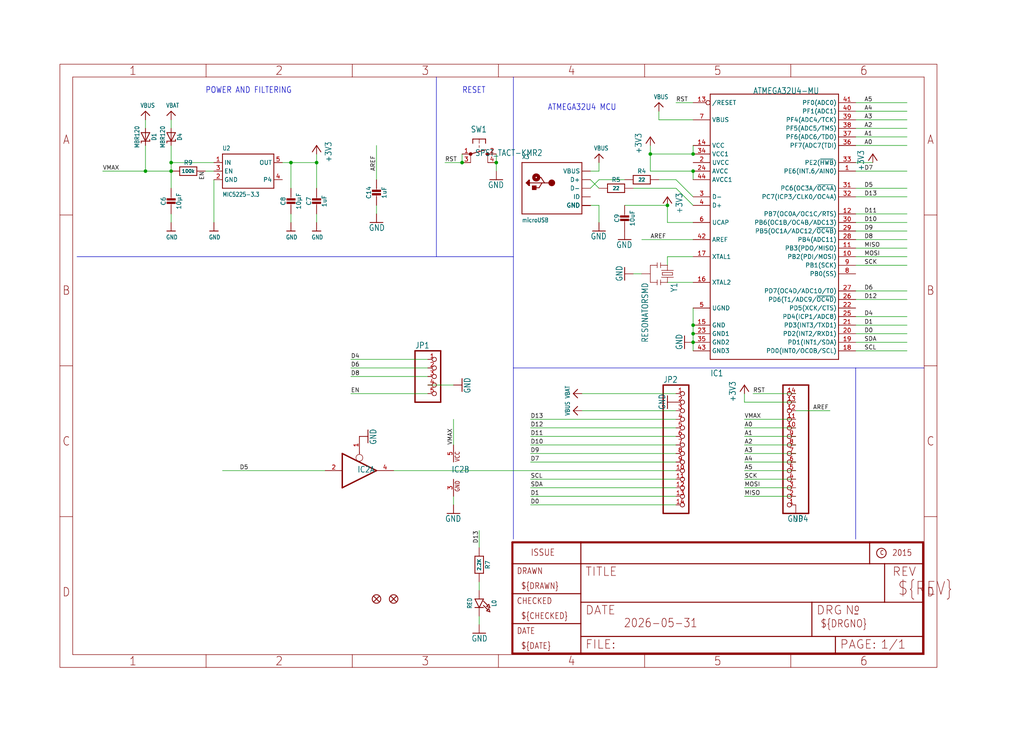
<source format=kicad_sch>
(kicad_sch (version 20230121) (generator eeschema)
  (paper "User" 303.962 217.322)
  (lib_symbols
    (symbol "working-eagle-import:+3V3" (power)
      (property "Value" "+3V3" (at -2.54 -5.08 90))
      (symbol "+3V3_1_0"
        (pin power_in line (at 0 -2.54 90) (length 2.54) (name "+3V3") (number "1"))
      )
    )
    (symbol "working-eagle-import:741G125DBV"
      (property "Reference" "IC" (at -0.635 -0.635 0))
      (symbol "741G125DBV_1_0"
        (pin input line (at 0 10.16 270) (length 5.08) (name "OE") (number "1"))
        (pin input line (at -10.16 0 0) (length 5.08) (name "I") (number "2"))
        (pin tri_state line (at 10.16 0 180) (length 5.08) (name "O") (number "4"))
      )
      (symbol "741G125DBV_2_0"
        (text "GND" (at 1.905 -6.35 900) (effects (font (size 1.27 1.0795)) (justify left bottom)))
        (text "VCC" (at 1.905 2.54 900) (effects (font (size 1.27 1.0795)) (justify left bottom)))
        (pin power_in line (at 0 -7.62 90) (length 5.08) (name "GND") (number "3"))
        (pin power_in line (at 0 7.62 270) (length 5.08) (name "VCC") (number "5"))
      )
    )
    (symbol "working-eagle-import:ATMEGA32U4-MU"
      (property "Reference" "IC" (at -17.78 -38.1 0))
      (symbol "ATMEGA32U4-MU_1_0"
        (pin bidirectional line (at 25.4 22.86 180) (length 5.08) (name "PE6(INT.6/AIN0)") (number "1"))
        (pin bidirectional line (at 25.4 -2.54 180) (length 5.08) (name "PB2(PDI/MOSI)") (number "10"))
        (pin bidirectional line (at 25.4 0 180) (length 5.08) (name "PB3(PDO/MISO)") (number "11"))
        (pin bidirectional line (at 25.4 10.16 180) (length 5.08) (name "PB7(OC0A/OC1C/RTS)") (number "12"))
        (pin bidirectional inverted (at -22.86 43.18 0) (length 5.08) (name "/RESET") (number "13"))
        (pin bidirectional line (at -22.86 30.48 0) (length 5.08) (name "VCC") (number "14"))
        (pin bidirectional line (at -22.86 -22.86 0) (length 5.08) (name "GND") (number "15"))
        (pin bidirectional line (at -22.86 -10.16 0) (length 5.08) (name "XTAL2") (number "16"))
        (pin bidirectional line (at -22.86 -2.54 0) (length 5.08) (name "XTAL1") (number "17"))
        (pin bidirectional line (at 25.4 -30.48 180) (length 5.08) (name "PD0(INT0/OC0B/SCL)") (number "18"))
        (pin bidirectional line (at 25.4 -27.94 180) (length 5.08) (name "PD1(INT1/SDA)") (number "19"))
        (pin bidirectional line (at -22.86 25.4 0) (length 5.08) (name "UVCC") (number "2"))
        (pin bidirectional line (at 25.4 -25.4 180) (length 5.08) (name "PD2(INT2/RXD1)") (number "20"))
        (pin bidirectional line (at 25.4 -22.86 180) (length 5.08) (name "PD3(INT3/TXD1)") (number "21"))
        (pin bidirectional line (at 25.4 -17.78 180) (length 5.08) (name "PD5(XCK/CTS)") (number "22"))
        (pin bidirectional line (at -22.86 -25.4 0) (length 5.08) (name "GND1") (number "23"))
        (pin bidirectional line (at -22.86 22.86 0) (length 5.08) (name "AVCC") (number "24"))
        (pin bidirectional line (at 25.4 -20.32 180) (length 5.08) (name "PD4(ICP1/ADC8)") (number "25"))
        (pin bidirectional line (at 25.4 -15.24 180) (length 5.08) (name "PD6(T1/ADC9/~{OC4D})") (number "26"))
        (pin bidirectional line (at 25.4 -12.7 180) (length 5.08) (name "PD7(OC4D/ADC10/T0)") (number "27"))
        (pin bidirectional line (at 25.4 2.54 180) (length 5.08) (name "PB4(ADC11)") (number "28"))
        (pin bidirectional line (at 25.4 5.08 180) (length 5.08) (name "PB5(OC1A/ADC12/~{OC4B})") (number "29"))
        (pin bidirectional line (at -22.86 15.24 0) (length 5.08) (name "D-") (number "3"))
        (pin bidirectional line (at 25.4 7.62 180) (length 5.08) (name "PB6(OC1B/OC4B/ADC13)") (number "30"))
        (pin bidirectional line (at 25.4 17.78 180) (length 5.08) (name "PC6(OC3A/~{OC4A})") (number "31"))
        (pin bidirectional line (at 25.4 15.24 180) (length 5.08) (name "PC7(ICP3/CLK0/OC4A)") (number "32"))
        (pin bidirectional line (at 25.4 25.4 180) (length 5.08) (name "PE2(~{HWB})") (number "33"))
        (pin bidirectional line (at -22.86 27.94 0) (length 5.08) (name "VCC1") (number "34"))
        (pin bidirectional line (at -22.86 -27.94 0) (length 5.08) (name "GND2") (number "35"))
        (pin bidirectional line (at 25.4 30.48 180) (length 5.08) (name "PF7(ADC7(TDI)") (number "36"))
        (pin bidirectional line (at 25.4 33.02 180) (length 5.08) (name "PF6(ADC6/TDO)") (number "37"))
        (pin bidirectional line (at 25.4 35.56 180) (length 5.08) (name "PF5(ADC5/TMS)") (number "38"))
        (pin bidirectional line (at 25.4 38.1 180) (length 5.08) (name "PF4(ADC4/TCK)") (number "39"))
        (pin bidirectional line (at -22.86 12.7 0) (length 5.08) (name "D+") (number "4"))
        (pin bidirectional line (at 25.4 40.64 180) (length 5.08) (name "PF1(ADC1)") (number "40"))
        (pin bidirectional line (at 25.4 43.18 180) (length 5.08) (name "PF0(ADC0)") (number "41"))
        (pin bidirectional line (at -22.86 2.54 0) (length 5.08) (name "AREF") (number "42"))
        (pin bidirectional line (at -22.86 -30.48 0) (length 5.08) (name "GND3") (number "43"))
        (pin bidirectional line (at -22.86 20.32 0) (length 5.08) (name "AVCC1") (number "44"))
        (pin bidirectional line (at -22.86 -17.78 0) (length 5.08) (name "UGND") (number "5"))
        (pin bidirectional line (at -22.86 7.62 0) (length 5.08) (name "UCAP") (number "6"))
        (pin bidirectional line (at -22.86 38.1 0) (length 5.08) (name "VBUS") (number "7"))
        (pin bidirectional line (at 25.4 -7.62 180) (length 5.08) (name "PB0(SS)") (number "8"))
        (pin bidirectional line (at 25.4 -5.08 180) (length 5.08) (name "PB1(SCK)") (number "9"))
      )
    )
    (symbol "working-eagle-import:CAP_CERAMIC0603_NO"
      (property "Reference" "C" (at -2.29 1.25 90))
      (symbol "CAP_CERAMIC0603_NO_1_0"
        (pin passive line (at 0 5.08 270) (length 2.54) (name "1") (number "1"))
        (pin passive line (at 0 -2.54 90) (length 2.54) (name "2") (number "2"))
      )
    )
    (symbol "working-eagle-import:CAP_CERAMIC0805-NOOUTLINE"
      (property "Reference" "C" (at -2.29 1.25 90))
      (symbol "CAP_CERAMIC0805-NOOUTLINE_1_0"
        (pin passive line (at 0 5.08 270) (length 2.54) (name "1") (number "1"))
        (pin passive line (at 0 -2.54 90) (length 2.54) (name "2") (number "2"))
      )
    )
    (symbol "working-eagle-import:DIODE-SCHOTTKYSOD-123"
      (property "Reference" "D" (at 0 2.54 0))
      (symbol "DIODE-SCHOTTKYSOD-123_1_0"
        (pin passive line (at -2.54 0 0) (length 2.54) (name "A") (number "A"))
        (pin passive line (at 2.54 0 180) (length 2.54) (name "C") (number "C"))
      )
    )
    (symbol "working-eagle-import:FIDUCIAL{dblquote}{dblquote}")
    (symbol "working-eagle-import:FRAME_A4"
      (symbol "FRAME_A4_1_0"
        (text "1" (at 21.6958 1.905 0) (effects (font (size 2.54 2.286))))
        (text "1" (at 21.6958 177.165 0) (effects (font (size 2.54 2.286))))
        (text "2" (at 65.0875 1.905 0) (effects (font (size 2.54 2.286))))
        (text "2" (at 65.0875 177.165 0) (effects (font (size 2.54 2.286))))
        (text "3" (at 108.4792 1.905 0) (effects (font (size 2.54 2.286))))
        (text "3" (at 108.4792 177.165 0) (effects (font (size 2.54 2.286))))
        (text "4" (at 151.8708 1.905 0) (effects (font (size 2.54 2.286))))
        (text "4" (at 151.8708 177.165 0) (effects (font (size 2.54 2.286))))
        (text "5" (at 195.2625 1.905 0) (effects (font (size 2.54 2.286))))
        (text "5" (at 195.2625 177.165 0) (effects (font (size 2.54 2.286))))
        (text "6" (at 238.6542 1.905 0) (effects (font (size 2.54 2.286))))
        (text "6" (at 238.6542 177.165 0) (effects (font (size 2.54 2.286))))
        (text "A" (at 1.905 156.6863 0) (effects (font (size 2.54 2.286))))
        (text "A" (at 258.445 156.6863 0) (effects (font (size 2.54 2.286))))
        (text "B" (at 1.905 111.9188 0) (effects (font (size 2.54 2.286))))
        (text "B" (at 258.445 111.9188 0) (effects (font (size 2.54 2.286))))
        (text "C" (at 1.905 67.1513 0) (effects (font (size 2.54 2.286))))
        (text "C" (at 258.445 67.1513 0) (effects (font (size 2.54 2.286))))
        (text "D" (at 1.905 22.3838 0) (effects (font (size 2.54 2.286))))
        (text "D" (at 258.445 22.3838 0) (effects (font (size 2.54 2.286))))
      )
      (symbol "FRAME_A4_2_0"
        (text "${#}/${##}" (at 108.9152 2.8448 0) (effects (font (size 2.54 2.54)) (justify left bottom)))
        (text "${CHECKED}" (at 2.2352 11.7348 0) (effects (font (size 1.778 1.5113)) (justify left bottom)))
        (text "${COMPANY}" (at 23.349 29.6735 0) (effects (font (size 3.175 2.6987) (thickness 0.5397) bold) (justify left bottom)))
        (text "${CURRENT_DATE}" (at 32.7152 9.1948 0) (effects (font (size 2.54 2.159)) (justify left bottom)))
        (text "${DATE}" (at 2.2352 2.8448 0) (effects (font (size 1.778 1.5113)) (justify left bottom)))
        (text "${DRAWN}" (at 2.2352 20.6248 0) (effects (font (size 1.778 1.5113)) (justify left bottom)))
        (text "${DRGNO}" (at 91.1352 9.1948 0) (effects (font (size 2.1844 1.8567)) (justify left bottom)))
        (text "${PROJECTNAME}" (at 33.0327 2.8448 0) (effects (font (size 2.54 2.159)) (justify left bottom)))
        (text "${REV}" (at 113.9952 18.7198 0) (effects (font (size 3.81 3.2385)) (justify left bottom)))
        (text "2015" (at 112.4077 30.4673 0) (effects (font (size 1.778 1.5113)) (justify left bottom)))
        (text "C" (at 108.7564 30.7848 0) (effects (font (size 1.27 1.0795)) (justify left bottom)))
        (text "CHECKED" (at 0.9652 16.1798 0) (effects (font (size 1.778 1.5113)) (justify left bottom)))
        (text "DATE" (at 0.9652 7.2898 0) (effects (font (size 1.778 1.5113)) (justify left bottom)))
        (text "DATE" (at 21.2852 13.0048 0) (effects (font (size 2.54 2.54)) (justify left bottom)))
        (text "DRAWN" (at 0.9652 25.0698 0) (effects (font (size 1.778 1.5113)) (justify left bottom)))
        (text "DRG" (at 89.8652 13.0048 0) (effects (font (size 2.54 2.54)) (justify left bottom)))
        (text "FILE:" (at 21.2852 2.8448 0) (effects (font (size 2.54 2.54)) (justify left bottom)))
        (text "ISSUE" (at 5.0927 30.4673 0) (effects (font (size 1.9304 1.6408)) (justify left bottom)))
        (text "N" (at 98.4377 13.0048 0) (effects (font (size 2.54 2.54)) (justify left bottom)))
        (text "o" (at 100.9777 13.9573 0) (effects (font (size 2.1844 1.8567)) (justify left bottom)))
        (text "PAGE:" (at 96.8502 2.8448 0) (effects (font (size 2.54 2.54)) (justify left bottom)))
        (text "REV" (at 112.4077 24.4348 0) (effects (font (size 2.54 2.54)) (justify left bottom)))
        (text "TITLE" (at 21.2852 24.4348 0) (effects (font (size 2.54 2.54)) (justify left bottom)))
      )
    )
    (symbol "working-eagle-import:GND" (power)
      (property "Value" "GND" (at -1.524 -2.54 0))
      (symbol "GND_1_0"
        (pin power_in line (at 0 2.54 270) (length 2.54) (name "GND") (number "1"))
      )
    )
    (symbol "working-eagle-import:HEADER-1X14"
      (property "Reference" "JP" (at -6.35 20.955 0))
      (symbol "HEADER-1X14_1_0"
        (pin passive inverted (at -2.54 17.78 0) (length 2.54) (name "1") (number "1"))
        (pin passive inverted (at -2.54 -5.08 0) (length 2.54) (name "10") (number "10"))
        (pin passive inverted (at -2.54 -7.62 0) (length 2.54) (name "11") (number "11"))
        (pin passive inverted (at -2.54 -10.16 0) (length 2.54) (name "12") (number "12"))
        (pin passive inverted (at -2.54 -12.7 0) (length 2.54) (name "13") (number "13"))
        (pin passive inverted (at -2.54 -15.24 0) (length 2.54) (name "14") (number "14"))
        (pin passive inverted (at -2.54 15.24 0) (length 2.54) (name "2") (number "2"))
        (pin passive inverted (at -2.54 12.7 0) (length 2.54) (name "3") (number "3"))
        (pin passive inverted (at -2.54 10.16 0) (length 2.54) (name "4") (number "4"))
        (pin passive inverted (at -2.54 7.62 0) (length 2.54) (name "5") (number "5"))
        (pin passive inverted (at -2.54 5.08 0) (length 2.54) (name "6") (number "6"))
        (pin passive inverted (at -2.54 2.54 0) (length 2.54) (name "7") (number "7"))
        (pin passive inverted (at -2.54 0 0) (length 2.54) (name "8") (number "8"))
        (pin passive inverted (at -2.54 -2.54 0) (length 2.54) (name "9") (number "9"))
      )
    )
    (symbol "working-eagle-import:HEADER-1X5ROUND"
      (property "Reference" "JP" (at -6.35 8.255 0))
      (symbol "HEADER-1X5ROUND_1_0"
        (pin passive inverted (at -2.54 5.08 0) (length 2.54) (name "1") (number "1"))
        (pin passive inverted (at -2.54 2.54 0) (length 2.54) (name "2") (number "2"))
        (pin passive inverted (at -2.54 0 0) (length 2.54) (name "3") (number "3"))
        (pin passive inverted (at -2.54 -2.54 0) (length 2.54) (name "4") (number "4"))
        (pin passive inverted (at -2.54 -5.08 0) (length 2.54) (name "5") (number "5"))
      )
    )
    (symbol "working-eagle-import:LED0805_NOOUTLINE"
      (property "Reference" "D" (at -1.27 4.445 0))
      (symbol "LED0805_NOOUTLINE_1_0"
        (pin passive line (at -5.08 0 0) (length 2.54) (name "A") (number "A"))
        (pin passive line (at 2.54 0 180) (length 2.54) (name "C") (number "C"))
      )
    )
    (symbol "working-eagle-import:RESISTOR_0603_NOOUT"
      (property "Reference" "R" (at 0 2.54 0))
      (symbol "RESISTOR_0603_NOOUT_1_0"
        (pin passive line (at -5.08 0 0) (length 2.54) (name "1") (number "1"))
        (pin passive line (at 5.08 0 180) (length 2.54) (name "2") (number "2"))
      )
    )
    (symbol "working-eagle-import:RESONATORSMD"
      (property "Reference" "Y" (at 2.54 1.016 0))
      (symbol "RESONATORSMD_1_0"
        (pin passive line (at -2.54 0 0) (length 0) (name "1") (number "1"))
        (pin passive line (at 0 -7.62 90) (length 0) (name "2") (number "2"))
        (pin passive line (at 2.54 0 180) (length 0) (name "3") (number "3"))
      )
    )
    (symbol "working-eagle-import:SPST_TACT-KMR2"
      (property "Reference" "SW" (at -6.35 -2.54 90))
      (symbol "SPST_TACT-KMR2_1_0"
        (pin passive line (at 0 -5.08 90) (length 2.54) (name "P") (number "1"))
        (pin passive line (at 0 5.08 270) (length 2.54) (name "S") (number "2"))
        (pin passive line (at 2.54 -5.08 90) (length 2.54) (name "P1") (number "3"))
        (pin passive line (at 2.54 5.08 270) (length 2.54) (name "S1") (number "4"))
      )
    )
    (symbol "working-eagle-import:USB_MICRO_20329_V2"
      (property "Reference" "X" (at -10.16 8.636 0))
      (symbol "USB_MICRO_20329_V2_1_0"
        (pin power_in line (at 10.16 -5.08 180) (length 2.54) (name "GND") (number "BASE@1"))
        (pin power_in line (at 10.16 -5.08 180) (length 2.54) (name "GND") (number "BASE@2"))
        (pin bidirectional line (at 10.16 2.54 180) (length 2.54) (name "D+") (number "D+"))
        (pin bidirectional line (at 10.16 0 180) (length 2.54) (name "D-") (number "D-"))
        (pin power_in line (at 10.16 -5.08 180) (length 2.54) (name "GND") (number "GND"))
        (pin bidirectional line (at 10.16 -2.54 180) (length 2.54) (name "ID") (number "ID"))
        (pin power_in line (at 10.16 -5.08 180) (length 2.54) (name "GND") (number "SPRT@1"))
        (pin power_in line (at 10.16 -5.08 180) (length 2.54) (name "GND") (number "SPRT@2"))
        (pin power_in line (at 10.16 -5.08 180) (length 2.54) (name "GND") (number "SPRT@3"))
        (pin power_in line (at 10.16 -5.08 180) (length 2.54) (name "GND") (number "SPRT@4"))
        (pin power_in line (at 10.16 5.08 180) (length 2.54) (name "VBUS") (number "VBUS"))
      )
    )
    (symbol "working-eagle-import:VBAT" (power)
      (property "Value" "VBAT" (at -1.524 1.016 0))
      (symbol "VBAT_1_0"
        (pin power_in line (at 0 -2.54 90) (length 2.54) (name "VBAT") (number "1"))
      )
    )
    (symbol "working-eagle-import:VBUS" (power)
      (property "Value" "VBUS" (at -1.524 1.016 0))
      (symbol "VBUS_1_0"
        (pin power_in line (at 0 -2.54 90) (length 2.54) (name "VBUS") (number "1"))
      )
    )
    (symbol "working-eagle-import:VREG_SOT23-5"
      (property "Reference" "U" (at -7.62 6.096 0))
      (symbol "VREG_SOT23-5_1_0"
        (pin power_in line (at -10.16 2.54 0) (length 2.54) (name "IN") (number "1"))
        (pin power_in line (at -10.16 -2.54 0) (length 2.54) (name "GND") (number "2"))
        (pin input line (at -10.16 0 0) (length 2.54) (name "EN") (number "3"))
        (pin bidirectional line (at 10.16 -2.54 180) (length 2.54) (name "P4") (number "4"))
        (pin power_in line (at 10.16 2.54 180) (length 2.54) (name "OUT") (number "5"))
      )
    )
    (symbol "working-eagle-import:supply1_GND" (power)
      (property "Value" "supply1_GND" (at -2.54 -2.54 0))
      (symbol "supply1_GND_1_0"
        (pin power_in line (at 0 2.54 270) (length 2.54) (name "GND") (number "1"))
      )
    )
  )
  (junction (at 205.74 99.06))
  (junction (at 50.8 50.8))
  (junction (at 205.74 50.8))
  (junction (at 205.74 101.6))
  (junction (at 205.74 45.72))
  (junction (at 198.12 60.96))
  (junction (at 50.8 48.26))
  (junction (at 86.36 48.26))
  (junction (at 193.04 45.72))
  (junction (at 43.18 50.8))
  (junction (at 93.98 48.26))
  (junction (at 137.16 48.26))
  (junction (at 205.74 96.52))
  (junction (at 147.32 48.26))
  (wire (pts (xy 60.96 50.8) (xy 63.5 50.8)) (stroke (width 0.1524)))
  (wire (pts (xy 254 63.5) (xy 269.24 63.5)) (stroke (width 0.1524)))
  (wire (pts (xy 83.82 48.26) (xy 86.36 48.26)) (stroke (width 0.1524)))
  (wire (pts (xy 236.22 121.92) (xy 246.38 121.92)) (stroke (width 0.1524)))
  (wire (pts (xy 127 106.68) (xy 104.14 106.68)) (stroke (width 0.1524)))
  (wire (pts (xy 236.22 132.08) (xy 220.98 132.08)) (stroke (width 0.1524)))
  (wire (pts (xy 116.84 139.7) (xy 200.66 139.7)) (stroke (width 0.1524)))
  (wire (pts (xy 200.66 142.24) (xy 157.48 142.24)) (stroke (width 0.1524)))
  (wire (pts (xy 63.5 48.26) (xy 50.8 48.26)) (stroke (width 0.1524)))
  (polyline (pts (xy 274.32 109.22) (xy 254 109.22)) (stroke (width 0.1524) (type solid)))
  (wire (pts (xy 200.66 121.92) (xy 172.72 121.92)) (stroke (width 0.1524)))
  (wire (pts (xy 175.26 50.8) (xy 177.8 50.8)) (stroke (width 0.1524)))
  (wire (pts (xy 254 76.2) (xy 269.24 76.2)) (stroke (width 0.1524)))
  (wire (pts (xy 147.32 50.8) (xy 147.32 48.26)) (stroke (width 0.1524)))
  (wire (pts (xy 254 55.88) (xy 269.24 55.88)) (stroke (width 0.1524)))
  (wire (pts (xy 175.26 53.34) (xy 177.8 55.88)) (stroke (width 0.1524)))
  (wire (pts (xy 254 35.56) (xy 269.24 35.56)) (stroke (width 0.1524)))
  (wire (pts (xy 50.8 63.5) (xy 50.8 66.04)) (stroke (width 0.1524)))
  (wire (pts (xy 86.36 63.5) (xy 86.36 66.04)) (stroke (width 0.1524)))
  (wire (pts (xy 198.12 83.82) (xy 205.74 83.82)) (stroke (width 0.1524)))
  (wire (pts (xy 50.8 50.8) (xy 50.8 55.88)) (stroke (width 0.1524)))
  (wire (pts (xy 50.8 38.1) (xy 50.8 35.56)) (stroke (width 0.1524)))
  (polyline (pts (xy 152.4 76.2) (xy 152.4 22.86)) (stroke (width 0.1524) (type solid)))
  (wire (pts (xy 175.26 55.88) (xy 177.8 53.34)) (stroke (width 0.1524)))
  (polyline (pts (xy 129.54 76.2) (xy 129.54 22.86)) (stroke (width 0.1524) (type solid)))
  (wire (pts (xy 104.14 109.22) (xy 127 109.22)) (stroke (width 0.1524)))
  (wire (pts (xy 236.22 144.78) (xy 220.98 144.78)) (stroke (width 0.1524)))
  (wire (pts (xy 205.74 53.34) (xy 205.74 50.8)) (stroke (width 0.1524)))
  (wire (pts (xy 205.74 96.52) (xy 205.74 99.06)) (stroke (width 0.1524)))
  (wire (pts (xy 86.36 48.26) (xy 93.98 48.26)) (stroke (width 0.1524)))
  (wire (pts (xy 236.22 137.16) (xy 220.98 137.16)) (stroke (width 0.1524)))
  (wire (pts (xy 254 66.04) (xy 269.24 66.04)) (stroke (width 0.1524)))
  (wire (pts (xy 205.74 30.48) (xy 200.66 30.48)) (stroke (width 0.1524)))
  (wire (pts (xy 198.12 60.96) (xy 185.42 60.96)) (stroke (width 0.1524)))
  (wire (pts (xy 220.98 119.38) (xy 236.22 119.38)) (stroke (width 0.1524)))
  (wire (pts (xy 236.22 142.24) (xy 220.98 142.24)) (stroke (width 0.1524)))
  (polyline (pts (xy 152.4 160.02) (xy 152.4 109.22)) (stroke (width 0.1524) (type solid)))
  (wire (pts (xy 132.08 48.26) (xy 137.16 48.26)) (stroke (width 0.1524)))
  (wire (pts (xy 157.48 127) (xy 200.66 127)) (stroke (width 0.1524)))
  (wire (pts (xy 254 30.48) (xy 269.24 30.48)) (stroke (width 0.1524)))
  (wire (pts (xy 43.18 35.56) (xy 43.18 38.1)) (stroke (width 0.1524)))
  (wire (pts (xy 172.72 116.84) (xy 200.66 116.84)) (stroke (width 0.1524)))
  (wire (pts (xy 93.98 63.5) (xy 93.98 66.04)) (stroke (width 0.1524)))
  (wire (pts (xy 200.66 55.88) (xy 205.74 60.96)) (stroke (width 0.1524)))
  (wire (pts (xy 205.74 50.8) (xy 193.04 50.8)) (stroke (width 0.1524)))
  (polyline (pts (xy 254 160.02) (xy 254 109.22)) (stroke (width 0.1524) (type solid)))
  (wire (pts (xy 43.18 50.8) (xy 30.48 50.8)) (stroke (width 0.1524)))
  (wire (pts (xy 96.52 139.7) (xy 66.04 139.7)) (stroke (width 0.1524)))
  (wire (pts (xy 142.24 162.56) (xy 142.24 157.48)) (stroke (width 0.1524)))
  (wire (pts (xy 198.12 76.2) (xy 205.74 76.2)) (stroke (width 0.1524)))
  (wire (pts (xy 177.8 60.96) (xy 177.8 66.04)) (stroke (width 0.1524)))
  (wire (pts (xy 254 88.9) (xy 269.24 88.9)) (stroke (width 0.1524)))
  (polyline (pts (xy 152.4 109.22) (xy 152.4 76.2)) (stroke (width 0.1524) (type solid)))
  (wire (pts (xy 142.24 182.88) (xy 142.24 185.42)) (stroke (width 0.1524)))
  (wire (pts (xy 205.74 101.6) (xy 205.74 104.14)) (stroke (width 0.1524)))
  (wire (pts (xy 137.16 48.26) (xy 137.16 45.72)) (stroke (width 0.1524)))
  (wire (pts (xy 134.62 147.32) (xy 134.62 149.86)) (stroke (width 0.1524)))
  (wire (pts (xy 236.22 116.84) (xy 223.52 116.84)) (stroke (width 0.1524)))
  (wire (pts (xy 43.18 43.18) (xy 43.18 50.8)) (stroke (width 0.1524)))
  (wire (pts (xy 200.66 53.34) (xy 205.74 58.42)) (stroke (width 0.1524)))
  (wire (pts (xy 205.74 35.56) (xy 195.58 35.56)) (stroke (width 0.1524)))
  (wire (pts (xy 195.58 53.34) (xy 200.66 53.34)) (stroke (width 0.1524)))
  (wire (pts (xy 236.22 124.46) (xy 220.98 124.46)) (stroke (width 0.1524)))
  (wire (pts (xy 193.04 50.8) (xy 193.04 45.72)) (stroke (width 0.1524)))
  (wire (pts (xy 50.8 48.26) (xy 50.8 50.8)) (stroke (width 0.1524)))
  (wire (pts (xy 142.24 172.72) (xy 142.24 175.26)) (stroke (width 0.1524)))
  (wire (pts (xy 236.22 127) (xy 220.98 127)) (stroke (width 0.1524)))
  (wire (pts (xy 254 58.42) (xy 269.24 58.42)) (stroke (width 0.1524)))
  (wire (pts (xy 157.48 137.16) (xy 200.66 137.16)) (stroke (width 0.1524)))
  (wire (pts (xy 93.98 48.26) (xy 93.98 45.72)) (stroke (width 0.1524)))
  (wire (pts (xy 254 38.1) (xy 269.24 38.1)) (stroke (width 0.1524)))
  (wire (pts (xy 111.76 60.96) (xy 111.76 63.5)) (stroke (width 0.1524)))
  (wire (pts (xy 157.48 147.32) (xy 200.66 147.32)) (stroke (width 0.1524)))
  (wire (pts (xy 187.96 81.28) (xy 190.5 81.28)) (stroke (width 0.1524)))
  (wire (pts (xy 134.62 114.3) (xy 127 114.3)) (stroke (width 0.1524)))
  (wire (pts (xy 200.66 149.86) (xy 157.48 149.86)) (stroke (width 0.1524)))
  (wire (pts (xy 187.96 55.88) (xy 200.66 55.88)) (stroke (width 0.1524)))
  (polyline (pts (xy 254 109.22) (xy 152.4 109.22)) (stroke (width 0.1524) (type solid)))
  (wire (pts (xy 86.36 55.88) (xy 86.36 48.26)) (stroke (width 0.1524)))
  (wire (pts (xy 190.5 71.12) (xy 205.74 71.12)) (stroke (width 0.1524)))
  (wire (pts (xy 111.76 53.34) (xy 111.76 43.18)) (stroke (width 0.1524)))
  (wire (pts (xy 134.62 124.46) (xy 134.62 132.08)) (stroke (width 0.1524)))
  (wire (pts (xy 93.98 48.26) (xy 93.98 55.88)) (stroke (width 0.1524)))
  (wire (pts (xy 220.98 116.84) (xy 220.98 119.38)) (stroke (width 0.1524)))
  (wire (pts (xy 127 111.76) (xy 104.14 111.76)) (stroke (width 0.1524)))
  (wire (pts (xy 177.8 53.34) (xy 185.42 53.34)) (stroke (width 0.1524)))
  (wire (pts (xy 127 116.84) (xy 104.14 116.84)) (stroke (width 0.1524)))
  (wire (pts (xy 254 101.6) (xy 269.24 101.6)) (stroke (width 0.1524)))
  (wire (pts (xy 205.74 66.04) (xy 198.12 66.04)) (stroke (width 0.1524)))
  (wire (pts (xy 254 93.98) (xy 269.24 93.98)) (stroke (width 0.1524)))
  (wire (pts (xy 200.66 124.46) (xy 157.48 124.46)) (stroke (width 0.1524)))
  (wire (pts (xy 205.74 45.72) (xy 205.74 43.18)) (stroke (width 0.1524)))
  (wire (pts (xy 43.18 50.8) (xy 50.8 50.8)) (stroke (width 0.1524)))
  (wire (pts (xy 254 73.66) (xy 269.24 73.66)) (stroke (width 0.1524)))
  (wire (pts (xy 195.58 35.56) (xy 195.58 33.02)) (stroke (width 0.1524)))
  (wire (pts (xy 254 43.18) (xy 269.24 43.18)) (stroke (width 0.1524)))
  (wire (pts (xy 63.5 53.34) (xy 63.5 66.04)) (stroke (width 0.1524)))
  (wire (pts (xy 177.8 50.8) (xy 177.8 48.26)) (stroke (width 0.1524)))
  (wire (pts (xy 220.98 147.32) (xy 236.22 147.32)) (stroke (width 0.1524)))
  (wire (pts (xy 220.98 134.62) (xy 236.22 134.62)) (stroke (width 0.1524)))
  (wire (pts (xy 254 40.64) (xy 269.24 40.64)) (stroke (width 0.1524)))
  (wire (pts (xy 175.26 60.96) (xy 177.8 60.96)) (stroke (width 0.1524)))
  (wire (pts (xy 220.98 129.54) (xy 236.22 129.54)) (stroke (width 0.1524)))
  (wire (pts (xy 157.48 144.78) (xy 200.66 144.78)) (stroke (width 0.1524)))
  (wire (pts (xy 254 78.74) (xy 269.24 78.74)) (stroke (width 0.1524)))
  (wire (pts (xy 254 33.02) (xy 269.24 33.02)) (stroke (width 0.1524)))
  (wire (pts (xy 193.04 45.72) (xy 205.74 45.72)) (stroke (width 0.1524)))
  (wire (pts (xy 254 68.58) (xy 269.24 68.58)) (stroke (width 0.1524)))
  (wire (pts (xy 254 86.36) (xy 269.24 86.36)) (stroke (width 0.1524)))
  (wire (pts (xy 254 48.26) (xy 259.08 48.26)) (stroke (width 0.1524)))
  (wire (pts (xy 157.48 132.08) (xy 200.66 132.08)) (stroke (width 0.1524)))
  (wire (pts (xy 205.74 91.44) (xy 205.74 96.52)) (stroke (width 0.1524)))
  (wire (pts (xy 50.8 43.18) (xy 50.8 48.26)) (stroke (width 0.1524)))
  (wire (pts (xy 220.98 139.7) (xy 236.22 139.7)) (stroke (width 0.1524)))
  (wire (pts (xy 254 71.12) (xy 269.24 71.12)) (stroke (width 0.1524)))
  (polyline (pts (xy 152.4 76.2) (xy 129.54 76.2)) (stroke (width 0.1524) (type solid)))
  (wire (pts (xy 254 96.52) (xy 269.24 96.52)) (stroke (width 0.1524)))
  (wire (pts (xy 254 50.8) (xy 269.24 50.8)) (stroke (width 0.1524)))
  (wire (pts (xy 269.24 99.06) (xy 254 99.06)) (stroke (width 0.1524)))
  (wire (pts (xy 198.12 76.2) (xy 198.12 78.74)) (stroke (width 0.1524)))
  (wire (pts (xy 254 104.14) (xy 269.24 104.14)) (stroke (width 0.1524)))
  (wire (pts (xy 200.66 129.54) (xy 157.48 129.54)) (stroke (width 0.1524)))
  (wire (pts (xy 198.12 66.04) (xy 198.12 60.96)) (stroke (width 0.1524)))
  (wire (pts (xy 193.04 45.72) (xy 193.04 43.18)) (stroke (width 0.1524)))
  (wire (pts (xy 205.74 99.06) (xy 205.74 101.6)) (stroke (width 0.1524)))
  (wire (pts (xy 147.32 45.72) (xy 147.32 48.26)) (stroke (width 0.1524)))
  (polyline (pts (xy 22.86 76.2) (xy 129.54 76.2)) (stroke (width 0.1524) (type solid)))
  (wire (pts (xy 200.66 134.62) (xy 157.48 134.62)) (stroke (width 0.1524)))
  (text "POWER AND FILTERING" (at 60.96 27.94 0) (effects (font (size 1.778 1.5113)) (justify left bottom)))
  (text "RESET" (at 137.16 27.94 0) (effects (font (size 1.778 1.5113)) (justify left bottom)))
  (text "ATMEGA32U4 MCU" (at 162.56 33.02 0) (effects (font (size 1.778 1.5113)) (justify left bottom)))
  (label "A5" (at 220.98 139.7 0) (effects (font (size 1.2446 1.2446))))
  (label "MISO" (at 220.98 147.32 0) (effects (font (size 1.2446 1.2446))))
  (label "AREF" (at 193.04 71.12 0) (effects (font (size 1.2446 1.2446))))
  (label "SCK" (at 220.98 142.24 0) (effects (font (size 1.2446 1.2446))))
  (label "D10" (at 157.48 132.08 0) (effects (font (size 1.2446 1.2446))))
  (label "A4" (at 220.98 137.16 0) (effects (font (size 1.2446 1.2446))))
  (label "D10" (at 256.54 66.04 0) (effects (font (size 1.2446 1.2446))))
  (label "D5" (at 256.54 55.88 0) (effects (font (size 1.2446 1.2446))))
  (label "D13" (at 157.48 124.46 0) (effects (font (size 1.2446 1.2446))))
  (label "D9" (at 157.48 134.62 0) (effects (font (size 1.2446 1.2446))))
  (label "RST" (at 200.66 30.48 0) (effects (font (size 1.2446 1.2446))))
  (label "VMAX" (at 30.48 50.8 0) (effects (font (size 1.2446 1.2446))))
  (label "D11" (at 157.48 129.54 0) (effects (font (size 1.2446 1.2446))))
  (label "MOSI" (at 220.98 144.78 0) (effects (font (size 1.2446 1.2446))))
  (label "A3" (at 220.98 134.62 0) (effects (font (size 1.2446 1.2446))))
  (label "D0" (at 256.54 99.06 0) (effects (font (size 1.2446 1.2446))))
  (label "D9" (at 256.54 68.58 0) (effects (font (size 1.2446 1.2446))))
  (label "D0" (at 157.48 149.86 0) (effects (font (size 1.2446 1.2446))))
  (label "D4" (at 256.54 93.98 0) (effects (font (size 1.2446 1.2446))))
  (label "SCL" (at 157.48 142.24 0) (effects (font (size 1.2446 1.2446))))
  (label "SDA" (at 256.54 101.6 0) (effects (font (size 1.2446 1.2446))))
  (label "D1" (at 256.54 96.52 0) (effects (font (size 1.2446 1.2446))))
  (label "D13" (at 142.24 157.48 270) (effects (font (size 1.2446 1.2446))))
  (label "EN" (at 60.96 50.8 270) (effects (font (size 1.2446 1.2446))))
  (label "EN" (at 104.14 116.84 0) (effects (font (size 1.2446 1.2446))))
  (label "D4" (at 104.14 106.68 0) (effects (font (size 1.2446 1.2446))))
  (label "A1" (at 256.54 40.64 0) (effects (font (size 1.2446 1.2446))))
  (label "A4" (at 256.54 33.02 0) (effects (font (size 1.2446 1.2446))))
  (label "D6" (at 256.54 86.36 0) (effects (font (size 1.2446 1.2446))))
  (label "D12" (at 256.54 88.9 0) (effects (font (size 1.2446 1.2446))))
  (label "D5" (at 71.12 139.7 0) (effects (font (size 1.2446 1.2446))))
  (label "AREF" (at 241.3 121.92 0) (effects (font (size 1.2446 1.2446))))
  (label "RST" (at 132.08 48.26 0) (effects (font (size 1.2446 1.2446))))
  (label "VMAX" (at 134.62 132.08 90) (effects (font (size 1.2446 1.2446))))
  (label "D7" (at 157.48 137.16 0) (effects (font (size 1.2446 1.2446))))
  (label "A1" (at 220.98 129.54 0) (effects (font (size 1.2446 1.2446))))
  (label "D6" (at 104.14 109.22 0) (effects (font (size 1.2446 1.2446))))
  (label "A2" (at 220.98 132.08 0) (effects (font (size 1.2446 1.2446))))
  (label "A0" (at 220.98 127 0) (effects (font (size 1.2446 1.2446))))
  (label "VMAX" (at 220.98 124.46 0) (effects (font (size 1.2446 1.2446))))
  (label "D12" (at 157.48 127 0) (effects (font (size 1.2446 1.2446))))
  (label "MOSI" (at 256.54 76.2 0) (effects (font (size 1.2446 1.2446))))
  (label "A0" (at 256.54 43.18 0) (effects (font (size 1.2446 1.2446))))
  (label "D8" (at 256.54 71.12 0) (effects (font (size 1.2446 1.2446))))
  (label "AREF" (at 111.76 50.8 90) (effects (font (size 1.2446 1.2446))))
  (label "D1" (at 157.48 147.32 0) (effects (font (size 1.2446 1.2446))))
  (label "D11" (at 256.54 63.5 0) (effects (font (size 1.2446 1.2446))))
  (label "A5" (at 256.54 30.48 0) (effects (font (size 1.2446 1.2446))))
  (label "A2" (at 256.54 38.1 0) (effects (font (size 1.2446 1.2446))))
  (label "D7" (at 256.54 50.8 0) (effects (font (size 1.2446 1.2446))))
  (label "RST" (at 223.52 116.84 0) (effects (font (size 1.2446 1.2446))))
  (label "A3" (at 256.54 35.56 0) (effects (font (size 1.2446 1.2446))))
  (label "D13" (at 256.54 58.42 0) (effects (font (size 1.2446 1.2446))))
  (label "D8" (at 104.14 111.76 0) (effects (font (size 1.2446 1.2446))))
  (label "SCK" (at 256.54 78.74 0) (effects (font (size 1.2446 1.2446))))
  (label "MISO" (at 256.54 73.66 0) (effects (font (size 1.2446 1.2446))))
  (label "SCL" (at 256.54 104.14 0) (effects (font (size 1.2446 1.2446))))
  (label "SDA" (at 157.48 144.78 0) (effects (font (size 1.2446 1.2446))))
  (symbol (lib_id "working-eagle-import:supply1_GND") (at 185.42 71.12 0) (unit 1)
    (property "Reference" "#GND3" (effects hide))
    (property "Value" "GND" (at 182.88 73.66 0) (effects (font (size 1.778 1.5113)) (justify left bottom)))
  )
  (symbol (lib_id "working-eagle-import:CAP_CERAMIC0805-NOOUTLINE") (at 86.36 60.96 0) (unit 1)
    (property "Reference" "C8" (at 84.07 59.71 90))
    (property "Value" "10µF" (at 88.66 59.71 90))
    (property "Footprint" "working:0805-NO" (effects hide))
  )
  (symbol (lib_id "working-eagle-import:RESISTOR_0603_NOOUT") (at 142.24 167.64 270) (unit 1)
    (property "Reference" "R7" (at 144.78 167.64 0))
    (property "Value" "2.2K" (at 142.24 167.64 0) (effects (font (size 1.016 1.016) bold)))
    (property "Footprint" "working:0603-NO" (effects hide))
  )
  (symbol (lib_id "working-eagle-import:supply1_GND") (at 137.16 114.3 90) (unit 1)
    (property "Reference" "#GND11" (effects hide))
    (property "Value" "GND" (at 139.7 116.84 0) (effects (font (size 1.778 1.5113)) (justify left bottom)))
  )
  (symbol (lib_id "working-eagle-import:HEADER-1X5ROUND") (at 129.54 111.76 0) (unit 1)
    (property "Reference" "JP1" (at 123.19 103.505 0) (effects (font (size 1.778 1.5113)) (justify left bottom)))
    (property "Value" "HEADER-1X5ROUND" (effects hide))
    (property "Footprint" "working:1X05_ROUND" (effects hide))
  )
  (symbol (lib_id "working-eagle-import:supply1_GND") (at 198.12 119.38 270) (unit 1)
    (property "Reference" "#GND5" (effects hide))
    (property "Value" "GND" (at 195.58 116.84 0) (effects (font (size 1.778 1.5113)) (justify left bottom)))
  )
  (symbol (lib_id "working-eagle-import:supply1_GND") (at 185.42 81.28 270) (unit 1)
    (property "Reference" "#GND6" (effects hide))
    (property "Value" "GND" (at 182.88 78.74 0) (effects (font (size 1.778 1.5113)) (justify left bottom)))
  )
  (symbol (lib_id "working-eagle-import:GND") (at 63.5 68.58 0) (unit 1)
    (property "Reference" "#U$30" (effects hide))
    (property "Value" "GND" (at 61.976 71.12 0) (effects (font (size 1.27 1.0795)) (justify left bottom)))
  )
  (symbol (lib_id "working-eagle-import:RESISTOR_0603_NOOUT") (at 55.88 50.8 0) (unit 1)
    (property "Reference" "R9" (at 55.88 48.26 0))
    (property "Value" "100k" (at 55.88 50.8 0) (effects (font (size 1.016 1.016) bold)))
    (property "Footprint" "working:0603-NO" (effects hide))
  )
  (symbol (lib_id "working-eagle-import:supply1_GND") (at 134.62 152.4 0) (unit 1)
    (property "Reference" "#GND9" (effects hide))
    (property "Value" "GND" (at 132.08 154.94 0) (effects (font (size 1.778 1.5113)) (justify left bottom)))
  )
  (symbol (lib_id "working-eagle-import:SPST_TACT-KMR2") (at 142.24 45.72 270) (unit 1)
    (property "Reference" "SW1" (at 139.7 39.37 90) (effects (font (size 1.778 1.5113)) (justify left bottom)))
    (property "Value" "SPST_TACT-KMR2" (at 140.97 46.355 90) (effects (font (size 1.778 1.5113)) (justify left bottom)))
    (property "Footprint" "working:KMR2" (effects hide))
  )
  (symbol (lib_id "working-eagle-import:+3V3") (at 259.08 45.72 0) (unit 1)
    (property "Reference" "#+3V7" (effects hide))
    (property "Value" "+3V3" (at 256.54 50.8 90) (effects (font (size 1.778 1.5113)) (justify left bottom)))
  )
  (symbol (lib_id "working-eagle-import:+3V3") (at 220.98 114.3 0) (unit 1)
    (property "Reference" "#+3V1" (effects hide))
    (property "Value" "+3V3" (at 218.44 119.38 90) (effects (font (size 1.778 1.5113)) (justify left bottom)))
  )
  (symbol (lib_id "working-eagle-import:GND") (at 93.98 68.58 0) (unit 1)
    (property "Reference" "#U$28" (effects hide))
    (property "Value" "GND" (at 92.456 71.12 0) (effects (font (size 1.27 1.0795)) (justify left bottom)))
  )
  (symbol (lib_id "working-eagle-import:VBUS") (at 170.18 121.92 90) (unit 1)
    (property "Reference" "#U$19" (effects hide))
    (property "Value" "VBUS" (at 169.164 123.444 0) (effects (font (size 1.27 1.0795)) (justify left bottom)))
  )
  (symbol (lib_id "working-eagle-import:741G125DBV") (at 106.68 139.7 0) (unit 1)
    (property "Reference" "IC2" (at 106.045 140.335 0) (effects (font (size 1.778 1.5113)) (justify left bottom)))
    (property "Value" "741G125DBV" (effects hide))
    (property "Footprint" "working:SOT23-5" (effects hide))
  )
  (symbol (lib_id "working-eagle-import:GND") (at 50.8 68.58 0) (unit 1)
    (property "Reference" "#U$27" (effects hide))
    (property "Value" "GND" (at 49.276 71.12 0) (effects (font (size 1.27 1.0795)) (justify left bottom)))
  )
  (symbol (lib_id "working-eagle-import:supply1_GND") (at 203.2 101.6 270) (unit 1)
    (property "Reference" "#GND2" (effects hide))
    (property "Value" "GND" (at 200.66 99.06 0) (effects (font (size 1.778 1.5113)) (justify left bottom)))
  )
  (symbol (lib_id "working-eagle-import:FRAME_A4") (at 152.4 195.58 0) (unit 2)
    (property "Reference" "#FRAME1" (effects hide))
    (property "Value" "FRAME_A4" (effects hide))
  )
  (symbol (lib_id "working-eagle-import:FIDUCIAL{dblquote}{dblquote}") (at 111.76 177.8 0) (unit 1)
    (property "Reference" "U$35" (effects hide))
    (property "Value" "FIDUCIAL{dblquote}{dblquote}" (effects hide))
    (property "Footprint" "working:FIDUCIAL_1MM" (effects hide))
  )
  (symbol (lib_id "working-eagle-import:supply1_GND") (at 111.76 66.04 0) (mirror y) (unit 1)
    (property "Reference" "#GND12" (effects hide))
    (property "Value" "GND" (at 114.3 68.58 0) (effects (font (size 1.778 1.5113)) (justify left bottom)))
  )
  (symbol (lib_id "working-eagle-import:CAP_CERAMIC0805-NOOUTLINE") (at 185.42 66.04 0) (unit 1)
    (property "Reference" "C9" (at 183.13 64.79 90))
    (property "Value" "10uF" (at 187.72 64.79 90))
    (property "Footprint" "working:0805-NO" (effects hide))
  )
  (symbol (lib_id "working-eagle-import:CAP_CERAMIC0603_NO") (at 93.98 60.96 0) (unit 1)
    (property "Reference" "C7" (at 91.69 59.71 90))
    (property "Value" "1uF" (at 96.28 59.71 90))
    (property "Footprint" "working:0603-NO" (effects hide))
  )
  (symbol (lib_id "working-eagle-import:supply1_GND") (at 177.8 68.58 0) (unit 1)
    (property "Reference" "#GND1" (effects hide))
    (property "Value" "GND" (at 175.26 71.12 0) (effects (font (size 1.778 1.5113)) (justify left bottom)))
  )
  (symbol (lib_id "working-eagle-import:CAP_CERAMIC0603_NO") (at 111.76 58.42 0) (unit 1)
    (property "Reference" "C14" (at 109.47 57.17 90))
    (property "Value" "1uF" (at 114.06 57.17 90))
    (property "Footprint" "working:0603-NO" (effects hide))
  )
  (symbol (lib_id "working-eagle-import:CAP_CERAMIC0805-NOOUTLINE") (at 50.8 60.96 0) (unit 1)
    (property "Reference" "C6" (at 48.51 59.71 90))
    (property "Value" "10µF" (at 53.1 59.71 90))
    (property "Footprint" "working:0805-NO" (effects hide))
  )
  (symbol (lib_id "working-eagle-import:supply1_GND") (at 147.32 53.34 0) (unit 1)
    (property "Reference" "#GND7" (effects hide))
    (property "Value" "GND" (at 144.78 55.88 0) (effects (font (size 1.778 1.5113)) (justify left bottom)))
  )
  (symbol (lib_id "working-eagle-import:RESISTOR_0603_NOOUT") (at 190.5 53.34 0) (unit 1)
    (property "Reference" "R4" (at 190.5 50.8 0))
    (property "Value" "22" (at 190.5 53.34 0) (effects (font (size 1.016 1.016) bold)))
    (property "Footprint" "working:0603-NO" (effects hide))
  )
  (symbol (lib_id "working-eagle-import:FIDUCIAL{dblquote}{dblquote}") (at 116.84 177.8 0) (unit 1)
    (property "Reference" "U$34" (effects hide))
    (property "Value" "FIDUCIAL{dblquote}{dblquote}" (effects hide))
    (property "Footprint" "working:FIDUCIAL_1MM" (effects hide))
  )
  (symbol (lib_id "working-eagle-import:VREG_SOT23-5") (at 73.66 50.8 0) (unit 1)
    (property "Reference" "U2" (at 66.04 44.704 0) (effects (font (size 1.27 1.0795)) (justify left bottom)))
    (property "Value" "MIC5225-3.3" (at 66.04 58.42 0) (effects (font (size 1.27 1.0795)) (justify left bottom)))
    (property "Footprint" "working:SOT23-5" (effects hide))
  )
  (symbol (lib_id "working-eagle-import:+3V3") (at 93.98 43.18 0) (mirror y) (unit 1)
    (property "Reference" "#+3V4" (effects hide))
    (property "Value" "+3V3" (at 96.52 48.26 90) (effects (font (size 1.778 1.5113)) (justify left bottom)))
  )
  (symbol (lib_id "working-eagle-import:supply1_GND") (at 109.22 129.54 90) (unit 1)
    (property "Reference" "#GND8" (effects hide))
    (property "Value" "GND" (at 111.76 132.08 0) (effects (font (size 1.778 1.5113)) (justify left bottom)))
  )
  (symbol (lib_id "working-eagle-import:VBUS") (at 177.8 45.72 0) (unit 1)
    (property "Reference" "#U$1" (effects hide))
    (property "Value" "VBUS" (at 176.276 44.704 0) (effects (font (size 1.27 1.0795)) (justify left bottom)))
  )
  (symbol (lib_id "working-eagle-import:VBAT") (at 170.18 116.84 90) (unit 1)
    (property "Reference" "#U$20" (effects hide))
    (property "Value" "VBAT" (at 169.164 118.364 0) (effects (font (size 1.27 1.0795)) (justify left bottom)))
  )
  (symbol (lib_id "working-eagle-import:GND") (at 86.36 68.58 0) (unit 1)
    (property "Reference" "#U$29" (effects hide))
    (property "Value" "GND" (at 84.836 71.12 0) (effects (font (size 1.27 1.0795)) (justify left bottom)))
  )
  (symbol (lib_id "working-eagle-import:DIODE-SCHOTTKYSOD-123") (at 43.18 40.64 270) (unit 1)
    (property "Reference" "D1" (at 45.72 40.64 0) (effects (font (size 1.27 1.0795))))
    (property "Value" "MBR120" (at 40.68 40.64 0) (effects (font (size 1.27 1.0795))))
    (property "Footprint" "working:SOD-123" (effects hide))
  )
  (symbol (lib_id "working-eagle-import:supply1_GND") (at 142.24 187.96 0) (mirror y) (unit 1)
    (property "Reference" "#GND10" (effects hide))
    (property "Value" "GND" (at 144.78 190.5 0) (effects (font (size 1.778 1.5113)) (justify left bottom)))
  )
  (symbol (lib_id "working-eagle-import:LED0805_NOOUTLINE") (at 142.24 180.34 270) (unit 1)
    (property "Reference" "L0" (at 146.685 179.07 0) (effects (font (size 1.27 1.0795))))
    (property "Value" "RED" (at 139.446 179.07 0) (effects (font (size 1.27 1.0795))))
    (property "Footprint" "working:CHIPLED_0805_NOOUTLINE" (effects hide))
  )
  (symbol (lib_id "working-eagle-import:supply1_GND") (at 236.22 152.4 0) (unit 1)
    (property "Reference" "#GND13" (effects hide))
    (property "Value" "GND" (at 233.68 154.94 0) (effects (font (size 1.778 1.5113)) (justify left bottom)))
  )
  (symbol (lib_id "working-eagle-import:RESISTOR_0603_NOOUT") (at 182.88 55.88 0) (unit 1)
    (property "Reference" "R5" (at 182.88 53.34 0))
    (property "Value" "22" (at 182.88 55.88 0) (effects (font (size 1.016 1.016) bold)))
    (property "Footprint" "working:0603-NO" (effects hide))
  )
  (symbol (lib_id "working-eagle-import:VBAT") (at 50.8 33.02 0) (unit 1)
    (property "Reference" "#U$21" (effects hide))
    (property "Value" "VBAT" (at 49.276 32.004 0) (effects (font (size 1.27 1.0795)) (justify left bottom)))
  )
  (symbol (lib_id "working-eagle-import:RESONATORSMD") (at 198.12 81.28 270) (unit 1)
    (property "Reference" "Y1" (at 199.136 83.82 0) (effects (font (size 1.778 1.5113)) (justify left bottom)))
    (property "Value" "RESONATORSMD" (at 190.5 83.82 0) (effects (font (size 1.778 1.5113)) (justify left bottom)))
    (property "Footprint" "working:RESONATOR-SMD" (effects hide))
  )
  (symbol (lib_id "working-eagle-import:741G125DBV") (at 134.62 139.7 0) (unit 2)
    (property "Reference" "IC2" (at 133.985 140.335 0) (effects (font (size 1.778 1.5113)) (justify left bottom)))
    (property "Value" "741G125DBV" (effects hide))
    (property "Footprint" "working:SOT23-5" (effects hide))
  )
  (symbol (lib_id "working-eagle-import:DIODE-SCHOTTKYSOD-123") (at 50.8 40.64 270) (unit 1)
    (property "Reference" "D4" (at 53.34 40.64 0) (effects (font (size 1.27 1.0795))))
    (property "Value" "MBR120" (at 48.3 40.64 0) (effects (font (size 1.27 1.0795))))
    (property "Footprint" "working:SOD-123" (effects hide))
  )
  (symbol (lib_id "working-eagle-import:+3V3") (at 193.04 40.64 0) (unit 1)
    (property "Reference" "#+3V5" (effects hide))
    (property "Value" "+3V3" (at 190.5 45.72 90) (effects (font (size 1.778 1.5113)) (justify left bottom)))
  )
  (symbol (lib_id "working-eagle-import:FRAME_A4") (at 17.78 198.12 0) (unit 1)
    (property "Reference" "#FRAME1" (effects hide))
    (property "Value" "FRAME_A4" (effects hide))
  )
  (symbol (lib_id "working-eagle-import:HEADER-1X14") (at 233.68 132.08 180) (unit 1)
    (property "Reference" "JP4" (at 240.03 153.035 0) (effects (font (size 1.778 1.5113)) (justify left bottom)))
    (property "Value" "HEADER-1X14" (effects hide))
    (property "Footprint" "working:1X14_ROUND70" (effects hide))
  )
  (symbol (lib_id "working-eagle-import:HEADER-1X14") (at 203.2 134.62 0) (unit 1)
    (property "Reference" "JP2" (at 196.85 113.665 0) (effects (font (size 1.778 1.5113)) (justify left bottom)))
    (property "Value" "HEADER-1X14" (effects hide))
    (property "Footprint" "working:1X14_ROUND70" (effects hide))
  )
  (symbol (lib_id "working-eagle-import:VBUS") (at 43.18 33.02 0) (unit 1)
    (property "Reference" "#U$3" (effects hide))
    (property "Value" "VBUS" (at 41.656 32.004 0) (effects (font (size 1.27 1.0795)) (justify left bottom)))
  )
  (symbol (lib_id "working-eagle-import:VBUS") (at 195.58 30.48 0) (unit 1)
    (property "Reference" "#U$8" (effects hide))
    (property "Value" "VBUS" (at 194.056 29.464 0) (effects (font (size 1.27 1.0795)) (justify left bottom)))
  )
  (symbol (lib_id "working-eagle-import:ATMEGA32U4-MU") (at 228.6 73.66 0) (unit 1)
    (property "Reference" "IC1" (at 210.82 111.76 0) (effects (font (size 1.778 1.5113)) (justify left bottom)))
    (property "Value" "ATMEGA32U4-MU" (at 223.52 27.94 0) (effects (font (size 1.778 1.5113)) (justify left bottom)))
    (property "Footprint" "working:TQFN44_7MM" (effects hide))
  )
  (symbol (lib_id "working-eagle-import:USB_MICRO_20329_V2") (at 165.1 55.88 0) (unit 1)
    (property "Reference" "X3" (at 154.94 47.244 0) (effects (font (size 1.27 1.0795)) (justify left bottom)))
    (property "Value" "microUSB" (at 154.94 66.04 0) (effects (font (size 1.27 1.0795)) (justify left bottom)))
    (property "Footprint" "working:4UCONN_20329_V2" (effects hide))
  )
  (symbol (lib_id "working-eagle-import:+3V3") (at 198.12 58.42 0) (mirror y) (unit 1)
    (property "Reference" "#+3V6" (effects hide))
    (property "Value" "+3V3" (at 200.66 63.5 90) (effects (font (size 1.778 1.5113)) (justify left bottom)))
  )
)
</source>
